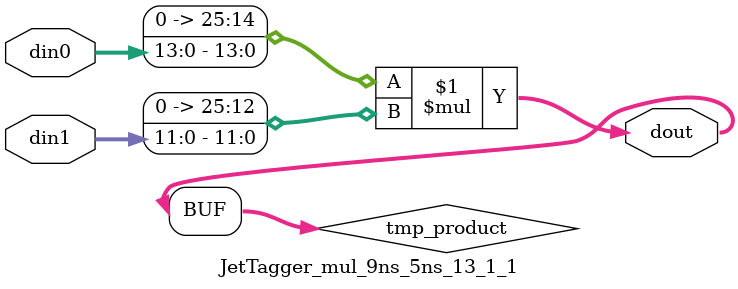
<source format=v>

`timescale 1 ns / 1 ps

  module JetTagger_mul_9ns_5ns_13_1_1(din0, din1, dout);
parameter ID = 1;
parameter NUM_STAGE = 0;
parameter din0_WIDTH = 14;
parameter din1_WIDTH = 12;
parameter dout_WIDTH = 26;

input [din0_WIDTH - 1 : 0] din0; 
input [din1_WIDTH - 1 : 0] din1; 
output [dout_WIDTH - 1 : 0] dout;

wire signed [dout_WIDTH - 1 : 0] tmp_product;










assign tmp_product = $signed({1'b0, din0}) * $signed({1'b0, din1});











assign dout = tmp_product;







endmodule

</source>
